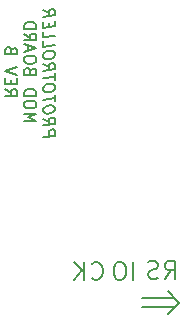
<source format=gbr>
%TF.GenerationSoftware,KiCad,Pcbnew,(6.0.10)*%
%TF.CreationDate,2023-03-03T22:40:34-05:00*%
%TF.ProjectId,module_board,6d6f6475-6c65-45f6-926f-6172642e6b69,rev?*%
%TF.SameCoordinates,Original*%
%TF.FileFunction,Legend,Bot*%
%TF.FilePolarity,Positive*%
%FSLAX46Y46*%
G04 Gerber Fmt 4.6, Leading zero omitted, Abs format (unit mm)*
G04 Created by KiCad (PCBNEW (6.0.10)) date 2023-03-03 22:40:34*
%MOMM*%
%LPD*%
G01*
G04 APERTURE LIST*
%ADD10C,0.150000*%
%ADD11C,0.200000*%
G04 APERTURE END LIST*
D10*
X164800000Y-100500000D02*
X167600000Y-100500000D01*
X164800000Y-101300000D02*
X167600000Y-101300000D01*
X167000000Y-99900000D02*
X168000000Y-100900000D01*
X168000000Y-100900000D02*
X167000000Y-101900000D01*
X166750000Y-98878571D02*
X167250000Y-98164285D01*
X167607142Y-98878571D02*
X167607142Y-97378571D01*
X167035714Y-97378571D01*
X166892857Y-97450000D01*
X166821428Y-97521428D01*
X166750000Y-97664285D01*
X166750000Y-97878571D01*
X166821428Y-98021428D01*
X166892857Y-98092857D01*
X167035714Y-98164285D01*
X167607142Y-98164285D01*
X166178571Y-98807142D02*
X165964285Y-98878571D01*
X165607142Y-98878571D01*
X165464285Y-98807142D01*
X165392857Y-98735714D01*
X165321428Y-98592857D01*
X165321428Y-98450000D01*
X165392857Y-98307142D01*
X165464285Y-98235714D01*
X165607142Y-98164285D01*
X165892857Y-98092857D01*
X166035714Y-98021428D01*
X166107142Y-97950000D01*
X166178571Y-97807142D01*
X166178571Y-97664285D01*
X166107142Y-97521428D01*
X166035714Y-97450000D01*
X165892857Y-97378571D01*
X165535714Y-97378571D01*
X165321428Y-97450000D01*
X160585714Y-98835714D02*
X160657142Y-98907142D01*
X160871428Y-98978571D01*
X161014285Y-98978571D01*
X161228571Y-98907142D01*
X161371428Y-98764285D01*
X161442857Y-98621428D01*
X161514285Y-98335714D01*
X161514285Y-98121428D01*
X161442857Y-97835714D01*
X161371428Y-97692857D01*
X161228571Y-97550000D01*
X161014285Y-97478571D01*
X160871428Y-97478571D01*
X160657142Y-97550000D01*
X160585714Y-97621428D01*
X159942857Y-98978571D02*
X159942857Y-97478571D01*
X159085714Y-98978571D02*
X159728571Y-98121428D01*
X159085714Y-97478571D02*
X159942857Y-98335714D01*
X164085714Y-98978571D02*
X164085714Y-97478571D01*
X163085714Y-97478571D02*
X162800000Y-97478571D01*
X162657142Y-97550000D01*
X162514285Y-97692857D01*
X162442857Y-97978571D01*
X162442857Y-98478571D01*
X162514285Y-98764285D01*
X162657142Y-98907142D01*
X162800000Y-98978571D01*
X163085714Y-98978571D01*
X163228571Y-98907142D01*
X163371428Y-98764285D01*
X163442857Y-98478571D01*
X163442857Y-97978571D01*
X163371428Y-97692857D01*
X163228571Y-97550000D01*
X163085714Y-97478571D01*
D11*
X156447619Y-86901815D02*
X157447619Y-86776815D01*
X157447619Y-86395863D01*
X157400000Y-86306577D01*
X157352380Y-86264910D01*
X157257142Y-86229196D01*
X157114285Y-86247053D01*
X157019047Y-86306577D01*
X156971428Y-86360148D01*
X156923809Y-86461339D01*
X156923809Y-86842291D01*
X156447619Y-85330386D02*
X156923809Y-85604196D01*
X156447619Y-85901815D02*
X157447619Y-85776815D01*
X157447619Y-85395863D01*
X157400000Y-85306577D01*
X157352380Y-85264910D01*
X157257142Y-85229196D01*
X157114285Y-85247053D01*
X157019047Y-85306577D01*
X156971428Y-85360148D01*
X156923809Y-85461339D01*
X156923809Y-85842291D01*
X157447619Y-84586339D02*
X157447619Y-84395863D01*
X157400000Y-84306577D01*
X157304761Y-84223244D01*
X157114285Y-84199434D01*
X156780952Y-84241101D01*
X156590476Y-84312529D01*
X156495238Y-84419672D01*
X156447619Y-84520863D01*
X156447619Y-84711339D01*
X156495238Y-84800625D01*
X156590476Y-84883958D01*
X156780952Y-84907767D01*
X157114285Y-84866101D01*
X157304761Y-84794672D01*
X157400000Y-84687529D01*
X157447619Y-84586339D01*
X157447619Y-83872053D02*
X157447619Y-83300625D01*
X156447619Y-83711339D02*
X157447619Y-83586339D01*
X157447619Y-82776815D02*
X157447619Y-82586339D01*
X157400000Y-82497053D01*
X157304761Y-82413720D01*
X157114285Y-82389910D01*
X156780952Y-82431577D01*
X156590476Y-82503005D01*
X156495238Y-82610148D01*
X156447619Y-82711339D01*
X156447619Y-82901815D01*
X156495238Y-82991101D01*
X156590476Y-83074434D01*
X156780952Y-83098244D01*
X157114285Y-83056577D01*
X157304761Y-82985148D01*
X157400000Y-82878005D01*
X157447619Y-82776815D01*
X157447619Y-82062529D02*
X157447619Y-81491101D01*
X156447619Y-81901815D02*
X157447619Y-81776815D01*
X156447619Y-80711339D02*
X156923809Y-80985148D01*
X156447619Y-81282767D02*
X157447619Y-81157767D01*
X157447619Y-80776815D01*
X157400000Y-80687529D01*
X157352380Y-80645863D01*
X157257142Y-80610148D01*
X157114285Y-80628005D01*
X157019047Y-80687529D01*
X156971428Y-80741101D01*
X156923809Y-80842291D01*
X156923809Y-81223244D01*
X157447619Y-79967291D02*
X157447619Y-79776815D01*
X157400000Y-79687529D01*
X157304761Y-79604196D01*
X157114285Y-79580386D01*
X156780952Y-79622053D01*
X156590476Y-79693482D01*
X156495238Y-79800625D01*
X156447619Y-79901815D01*
X156447619Y-80092291D01*
X156495238Y-80181577D01*
X156590476Y-80264910D01*
X156780952Y-80288720D01*
X157114285Y-80247053D01*
X157304761Y-80175625D01*
X157400000Y-80068482D01*
X157447619Y-79967291D01*
X156447619Y-78758958D02*
X156447619Y-79235148D01*
X157447619Y-79110148D01*
X156447619Y-77949434D02*
X156447619Y-78425625D01*
X157447619Y-78300625D01*
X156971428Y-77550625D02*
X156971428Y-77217291D01*
X156447619Y-77139910D02*
X156447619Y-77616101D01*
X157447619Y-77491101D01*
X157447619Y-77014910D01*
X156447619Y-76139910D02*
X156923809Y-76413720D01*
X156447619Y-76711339D02*
X157447619Y-76586339D01*
X157447619Y-76205386D01*
X157400000Y-76116101D01*
X157352380Y-76074434D01*
X157257142Y-76038720D01*
X157114285Y-76056577D01*
X157019047Y-76116101D01*
X156971428Y-76169672D01*
X156923809Y-76270863D01*
X156923809Y-76651815D01*
D10*
X154862619Y-85560476D02*
X155862619Y-85560476D01*
X155148333Y-85227142D01*
X155862619Y-84893809D01*
X154862619Y-84893809D01*
X155862619Y-84227142D02*
X155862619Y-84036666D01*
X155815000Y-83941428D01*
X155719761Y-83846190D01*
X155529285Y-83798571D01*
X155195952Y-83798571D01*
X155005476Y-83846190D01*
X154910238Y-83941428D01*
X154862619Y-84036666D01*
X154862619Y-84227142D01*
X154910238Y-84322380D01*
X155005476Y-84417619D01*
X155195952Y-84465238D01*
X155529285Y-84465238D01*
X155719761Y-84417619D01*
X155815000Y-84322380D01*
X155862619Y-84227142D01*
X154862619Y-83370000D02*
X155862619Y-83370000D01*
X155862619Y-83131904D01*
X155815000Y-82989047D01*
X155719761Y-82893809D01*
X155624523Y-82846190D01*
X155434047Y-82798571D01*
X155291190Y-82798571D01*
X155100714Y-82846190D01*
X155005476Y-82893809D01*
X154910238Y-82989047D01*
X154862619Y-83131904D01*
X154862619Y-83370000D01*
X155386428Y-81274761D02*
X155338809Y-81131904D01*
X155291190Y-81084285D01*
X155195952Y-81036666D01*
X155053095Y-81036666D01*
X154957857Y-81084285D01*
X154910238Y-81131904D01*
X154862619Y-81227142D01*
X154862619Y-81608095D01*
X155862619Y-81608095D01*
X155862619Y-81274761D01*
X155815000Y-81179523D01*
X155767380Y-81131904D01*
X155672142Y-81084285D01*
X155576904Y-81084285D01*
X155481666Y-81131904D01*
X155434047Y-81179523D01*
X155386428Y-81274761D01*
X155386428Y-81608095D01*
X155862619Y-80417619D02*
X155862619Y-80227142D01*
X155815000Y-80131904D01*
X155719761Y-80036666D01*
X155529285Y-79989047D01*
X155195952Y-79989047D01*
X155005476Y-80036666D01*
X154910238Y-80131904D01*
X154862619Y-80227142D01*
X154862619Y-80417619D01*
X154910238Y-80512857D01*
X155005476Y-80608095D01*
X155195952Y-80655714D01*
X155529285Y-80655714D01*
X155719761Y-80608095D01*
X155815000Y-80512857D01*
X155862619Y-80417619D01*
X155148333Y-79608095D02*
X155148333Y-79131904D01*
X154862619Y-79703333D02*
X155862619Y-79370000D01*
X154862619Y-79036666D01*
X154862619Y-78131904D02*
X155338809Y-78465238D01*
X154862619Y-78703333D02*
X155862619Y-78703333D01*
X155862619Y-78322380D01*
X155815000Y-78227142D01*
X155767380Y-78179523D01*
X155672142Y-78131904D01*
X155529285Y-78131904D01*
X155434047Y-78179523D01*
X155386428Y-78227142D01*
X155338809Y-78322380D01*
X155338809Y-78703333D01*
X154862619Y-77703333D02*
X155862619Y-77703333D01*
X155862619Y-77465238D01*
X155815000Y-77322380D01*
X155719761Y-77227142D01*
X155624523Y-77179523D01*
X155434047Y-77131904D01*
X155291190Y-77131904D01*
X155100714Y-77179523D01*
X155005476Y-77227142D01*
X154910238Y-77322380D01*
X154862619Y-77465238D01*
X154862619Y-77703333D01*
X153252619Y-82822380D02*
X153728809Y-83155714D01*
X153252619Y-83393809D02*
X154252619Y-83393809D01*
X154252619Y-83012857D01*
X154205000Y-82917619D01*
X154157380Y-82870000D01*
X154062142Y-82822380D01*
X153919285Y-82822380D01*
X153824047Y-82870000D01*
X153776428Y-82917619D01*
X153728809Y-83012857D01*
X153728809Y-83393809D01*
X153776428Y-82393809D02*
X153776428Y-82060476D01*
X153252619Y-81917619D02*
X153252619Y-82393809D01*
X154252619Y-82393809D01*
X154252619Y-81917619D01*
X154252619Y-81631904D02*
X153252619Y-81298571D01*
X154252619Y-80965238D01*
X153776428Y-79536666D02*
X153728809Y-79393809D01*
X153681190Y-79346190D01*
X153585952Y-79298571D01*
X153443095Y-79298571D01*
X153347857Y-79346190D01*
X153300238Y-79393809D01*
X153252619Y-79489047D01*
X153252619Y-79870000D01*
X154252619Y-79870000D01*
X154252619Y-79536666D01*
X154205000Y-79441428D01*
X154157380Y-79393809D01*
X154062142Y-79346190D01*
X153966904Y-79346190D01*
X153871666Y-79393809D01*
X153824047Y-79441428D01*
X153776428Y-79536666D01*
X153776428Y-79870000D01*
M02*

</source>
